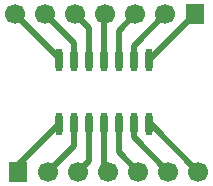
<source format=gtl>
G04 Layer: TopLayer*
G04 EasyEDA v6.5.40, 2024-02-10 14:23:07*
G04 920af416a4634d2f84d90c69535d52c0,a04e6fd86ffa40b896be462553146460,10*
G04 Gerber Generator version 0.2*
G04 Scale: 100 percent, Rotated: No, Reflected: No *
G04 Dimensions in millimeters *
G04 leading zeros omitted , absolute positions ,4 integer and 5 decimal *
%FSLAX45Y45*%
%MOMM*%

%ADD10C,0.5000*%
%ADD11O,0.5949949999999999X1.9675094000000002*%
%ADD12C,1.7000*%
%ADD13R,1.5748X1.7000*%

%LPD*%
D10*
X660400Y1200477D02*
G01*
X660400Y1219200D01*
X292100Y1587500D01*
X787400Y1200477D02*
G01*
X787400Y1346200D01*
X546100Y1587500D01*
X914400Y1200477D02*
G01*
X914400Y1473200D01*
X800100Y1587500D01*
X1041400Y1200477D02*
G01*
X1041400Y1574800D01*
X1054100Y1587500D01*
X1168400Y1200477D02*
G01*
X1168400Y1447800D01*
X1308100Y1587500D01*
X1562100Y1587500D02*
G01*
X1295400Y1320800D01*
X1295400Y1200477D01*
X1816100Y1587500D02*
G01*
X1429085Y1200477D01*
X1422400Y1200477D01*
X660400Y653722D02*
G01*
X317500Y310822D01*
X317500Y254000D01*
X787400Y653722D02*
G01*
X787400Y469900D01*
X571500Y254000D01*
X825500Y254000D02*
G01*
X914400Y342900D01*
X914400Y653722D01*
X1041400Y653722D02*
G01*
X1041400Y292100D01*
X1079500Y254000D01*
X1168400Y653722D02*
G01*
X1168400Y419100D01*
X1333500Y254000D01*
X1295400Y653722D02*
G01*
X1295400Y546100D01*
X1587500Y254000D01*
X1422400Y653722D02*
G01*
X1441785Y653722D01*
X1841500Y254000D01*
D11*
G01*
X660400Y653719D03*
G01*
X787400Y653719D03*
G01*
X914400Y653719D03*
G01*
X1041400Y653719D03*
G01*
X1168400Y653719D03*
G01*
X1295400Y653719D03*
G01*
X1422400Y653719D03*
G01*
X660400Y1200480D03*
G01*
X787400Y1200480D03*
G01*
X914400Y1200480D03*
G01*
X1041400Y1200480D03*
G01*
X1168400Y1200480D03*
G01*
X1295400Y1200480D03*
G01*
X1422400Y1200480D03*
D12*
G01*
X1841500Y254000D03*
G01*
X1587500Y254000D03*
G01*
X1333500Y254000D03*
G01*
X1079500Y254000D03*
G01*
X825500Y254000D03*
G01*
X571500Y254000D03*
D13*
G01*
X317500Y254000D03*
D12*
G01*
X292100Y1587500D03*
G01*
X546100Y1587500D03*
G01*
X800100Y1587500D03*
G01*
X1054100Y1587500D03*
G01*
X1308100Y1587500D03*
G01*
X1562100Y1587500D03*
D13*
G01*
X1816100Y1587500D03*
M02*

</source>
